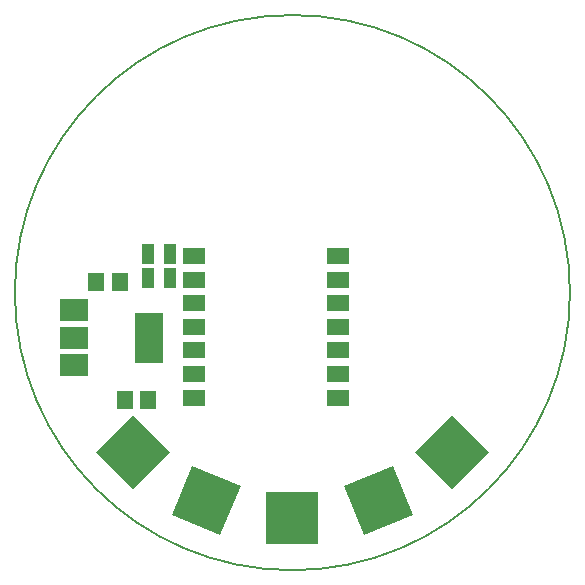
<source format=gbr>
%TF.GenerationSoftware,KiCad,Pcbnew,4.0.7+dfsg1-1*%
%TF.CreationDate,2018-03-01T17:25:55+01:00*%
%TF.ProjectId,ARC-Reactor,4152432D52656163746F722E6B696361,rev?*%
%TF.FileFunction,Soldermask,Bot*%
%FSLAX46Y46*%
G04 Gerber Fmt 4.6, Leading zero omitted, Abs format (unit mm)*
G04 Created by KiCad (PCBNEW 4.0.7+dfsg1-1) date Thu Mar  1 17:25:55 2018*
%MOMM*%
%LPD*%
G01*
G04 APERTURE LIST*
%ADD10C,0.150000*%
%ADD11R,1.900000X1.400000*%
%ADD12R,1.400000X1.650000*%
%ADD13R,2.400000X4.200000*%
%ADD14R,2.400000X1.900000*%
%ADD15R,1.100000X1.700000*%
%ADD16R,4.464000X4.464000*%
G04 APERTURE END LIST*
D10*
X123500000Y-100000000D02*
G75*
G03X123500000Y-100000000I-23500000J0D01*
G01*
D11*
X103900000Y-108898060D03*
X103900000Y-106899080D03*
X103900000Y-96901640D03*
X91700000Y-96901640D03*
X91700000Y-98900620D03*
X91700000Y-104897560D03*
X91700000Y-102901120D03*
X91700000Y-106899080D03*
X91700000Y-100902140D03*
X103900000Y-104897560D03*
X103900000Y-98900620D03*
X103900000Y-102901120D03*
X103900000Y-100902140D03*
X91700000Y-108898060D03*
D12*
X83400000Y-99100000D03*
X85400000Y-99100000D03*
X87800000Y-109100000D03*
X85800000Y-109100000D03*
D13*
X87850000Y-103800000D03*
D14*
X81550000Y-103800000D03*
X81550000Y-101500000D03*
X81550000Y-106100000D03*
D15*
X87750000Y-96700000D03*
X89650000Y-96700000D03*
X87750000Y-98800000D03*
X89650000Y-98800000D03*
D16*
X100000000Y-119100000D03*
D10*
G36*
X108507950Y-114683751D02*
X110216249Y-118807950D01*
X106092050Y-120516249D01*
X104383751Y-116392050D01*
X108507950Y-114683751D01*
X108507950Y-114683751D01*
G37*
G36*
X95616249Y-116392050D02*
X93907950Y-120516249D01*
X89783751Y-118807950D01*
X91492050Y-114683751D01*
X95616249Y-116392050D01*
X95616249Y-116392050D01*
G37*
G36*
X113500000Y-110343475D02*
X116656525Y-113500000D01*
X113500000Y-116656525D01*
X110343475Y-113500000D01*
X113500000Y-110343475D01*
X113500000Y-110343475D01*
G37*
G36*
X89656525Y-113500000D02*
X86500000Y-116656525D01*
X83343475Y-113500000D01*
X86500000Y-110343475D01*
X89656525Y-113500000D01*
X89656525Y-113500000D01*
G37*
M02*

</source>
